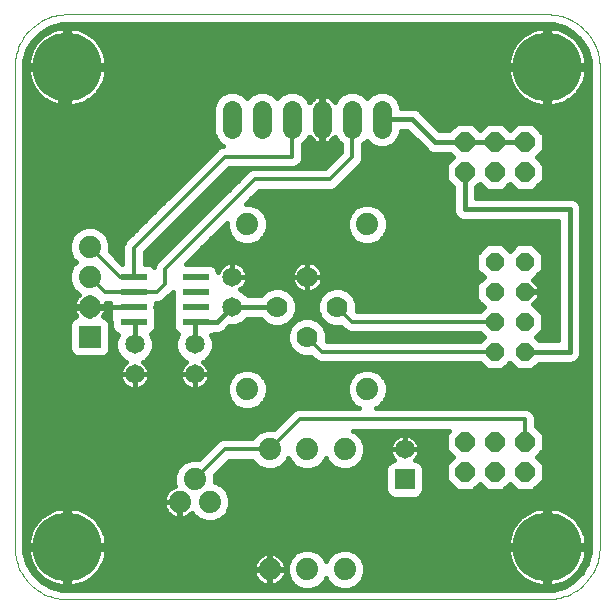
<source format=gbl>
G75*
G70*
%OFA0B0*%
%FSLAX24Y24*%
%IPPOS*%
%LPD*%
%AMOC8*
5,1,8,0,0,1.08239X$1,22.5*
%
%ADD10C,0.0000*%
%ADD11OC8,0.0600*%
%ADD12OC8,0.0640*%
%ADD13C,0.0740*%
%ADD14R,0.0870X0.0240*%
%ADD15C,0.0650*%
%ADD16R,0.0740X0.0740*%
%ADD17C,0.0700*%
%ADD18R,0.0650X0.0650*%
%ADD19C,0.2300*%
%ADD20C,0.0634*%
%ADD21C,0.0150*%
%ADD22C,0.0120*%
D10*
X001175Y002925D02*
X001175Y018925D01*
X001177Y019008D01*
X001183Y019091D01*
X001193Y019174D01*
X001207Y019256D01*
X001224Y019338D01*
X001246Y019418D01*
X001271Y019497D01*
X001300Y019575D01*
X001333Y019652D01*
X001370Y019727D01*
X001409Y019800D01*
X001453Y019871D01*
X001499Y019940D01*
X001549Y020007D01*
X001602Y020071D01*
X001658Y020133D01*
X001717Y020192D01*
X001779Y020248D01*
X001843Y020301D01*
X001910Y020351D01*
X001979Y020397D01*
X002050Y020441D01*
X002123Y020480D01*
X002198Y020517D01*
X002275Y020550D01*
X002353Y020579D01*
X002432Y020604D01*
X002512Y020626D01*
X002594Y020643D01*
X002676Y020657D01*
X002759Y020667D01*
X002842Y020673D01*
X002925Y020675D01*
X018925Y020675D01*
X019008Y020673D01*
X019091Y020667D01*
X019174Y020657D01*
X019256Y020643D01*
X019338Y020626D01*
X019418Y020604D01*
X019497Y020579D01*
X019575Y020550D01*
X019652Y020517D01*
X019727Y020480D01*
X019800Y020441D01*
X019871Y020397D01*
X019940Y020351D01*
X020007Y020301D01*
X020071Y020248D01*
X020133Y020192D01*
X020192Y020133D01*
X020248Y020071D01*
X020301Y020007D01*
X020351Y019940D01*
X020397Y019871D01*
X020441Y019800D01*
X020480Y019727D01*
X020517Y019652D01*
X020550Y019575D01*
X020579Y019497D01*
X020604Y019418D01*
X020626Y019338D01*
X020643Y019256D01*
X020657Y019174D01*
X020667Y019091D01*
X020673Y019008D01*
X020675Y018925D01*
X020675Y002925D01*
X020673Y002842D01*
X020667Y002759D01*
X020657Y002676D01*
X020643Y002594D01*
X020626Y002512D01*
X020604Y002432D01*
X020579Y002353D01*
X020550Y002275D01*
X020517Y002198D01*
X020480Y002123D01*
X020441Y002050D01*
X020397Y001979D01*
X020351Y001910D01*
X020301Y001843D01*
X020248Y001779D01*
X020192Y001717D01*
X020133Y001658D01*
X020071Y001602D01*
X020007Y001549D01*
X019940Y001499D01*
X019871Y001453D01*
X019800Y001409D01*
X019727Y001370D01*
X019652Y001333D01*
X019575Y001300D01*
X019497Y001271D01*
X019418Y001246D01*
X019338Y001224D01*
X019256Y001207D01*
X019174Y001193D01*
X019091Y001183D01*
X019008Y001177D01*
X018925Y001175D01*
X002925Y001175D01*
X002842Y001177D01*
X002759Y001183D01*
X002676Y001193D01*
X002594Y001207D01*
X002512Y001224D01*
X002432Y001246D01*
X002353Y001271D01*
X002275Y001300D01*
X002198Y001333D01*
X002123Y001370D01*
X002050Y001409D01*
X001979Y001453D01*
X001910Y001499D01*
X001843Y001549D01*
X001779Y001602D01*
X001717Y001658D01*
X001658Y001717D01*
X001602Y001779D01*
X001549Y001843D01*
X001499Y001910D01*
X001453Y001979D01*
X001409Y002050D01*
X001370Y002123D01*
X001333Y002198D01*
X001300Y002275D01*
X001271Y002353D01*
X001246Y002432D01*
X001224Y002512D01*
X001207Y002594D01*
X001193Y002676D01*
X001183Y002759D01*
X001177Y002842D01*
X001175Y002925D01*
D11*
X017175Y009425D03*
X017175Y010425D03*
X017175Y011425D03*
X017175Y012425D03*
X018175Y012425D03*
X018175Y011425D03*
X018175Y010425D03*
X018175Y009425D03*
D12*
X018175Y006425D03*
X018175Y005425D03*
X017175Y005425D03*
X016175Y005425D03*
X016175Y006425D03*
X017175Y006425D03*
X017175Y015425D03*
X016175Y015425D03*
X016175Y016425D03*
X017175Y016425D03*
X018175Y016425D03*
X018175Y015425D03*
D13*
X012925Y013675D03*
X008925Y013675D03*
X003675Y012925D03*
X003675Y011925D03*
X003675Y010925D03*
X008925Y008175D03*
X009675Y006175D03*
X010925Y006175D03*
X012175Y006175D03*
X012925Y008175D03*
X007675Y004425D03*
X007175Y005175D03*
X006675Y004425D03*
X009675Y002175D03*
X010925Y002175D03*
X012175Y002175D03*
D14*
X007205Y010425D03*
X007205Y010925D03*
X007205Y011425D03*
X007205Y011925D03*
X005145Y011925D03*
X005145Y011425D03*
X005145Y010925D03*
X005145Y010425D03*
D15*
X005175Y009675D03*
X005175Y008675D03*
X007175Y008675D03*
X007175Y009675D03*
X008425Y010925D03*
X008425Y011925D03*
X014175Y006175D03*
D16*
X003675Y009925D03*
D17*
X009925Y010925D03*
X010925Y009925D03*
X011925Y010925D03*
X010925Y011925D03*
D18*
X014175Y005175D03*
D19*
X018925Y002925D03*
X018925Y018925D03*
X002925Y018925D03*
X002925Y002925D03*
D20*
X008425Y016858D02*
X008425Y017492D01*
X009425Y017492D02*
X009425Y016858D01*
X010425Y016858D02*
X010425Y017492D01*
X011425Y017492D02*
X011425Y016858D01*
X012425Y016858D02*
X012425Y017492D01*
X013425Y017492D02*
X013425Y016858D01*
D21*
X002064Y001918D02*
X001920Y001918D01*
X002034Y001942D02*
X001942Y002034D01*
X001859Y002135D01*
X001787Y002243D01*
X001726Y002358D01*
X001676Y002478D01*
X001638Y002603D01*
X001613Y002730D01*
X001601Y002850D01*
X002850Y002850D01*
X003000Y002850D01*
X003000Y003000D01*
X004249Y003000D01*
X004237Y003120D01*
X004212Y003247D01*
X004174Y003372D01*
X004124Y003492D01*
X004063Y003607D01*
X003991Y003715D01*
X003908Y003816D01*
X003816Y003908D01*
X003715Y003991D01*
X003607Y004063D01*
X003492Y004124D01*
X003372Y004174D01*
X003247Y004212D01*
X003120Y004237D01*
X003000Y004249D01*
X003000Y003000D01*
X002850Y003000D01*
X002850Y004249D01*
X002730Y004237D01*
X002603Y004212D01*
X002478Y004174D01*
X002358Y004124D01*
X002243Y004063D01*
X002135Y003991D01*
X002034Y003908D01*
X001942Y003816D01*
X001859Y003715D01*
X001787Y003607D01*
X001726Y003492D01*
X001676Y003372D01*
X001638Y003247D01*
X001613Y003120D01*
X001601Y003000D01*
X002850Y003000D01*
X002850Y002850D01*
X002850Y001601D01*
X002730Y001613D01*
X002603Y001638D01*
X002478Y001676D01*
X002358Y001726D01*
X002243Y001787D01*
X002135Y001859D01*
X002034Y001942D01*
X002051Y001787D02*
X001787Y002051D01*
X001599Y002376D01*
X001502Y002738D01*
X001490Y002925D01*
X001490Y018925D01*
X001502Y019112D01*
X001599Y019474D01*
X001787Y019799D01*
X002051Y020063D01*
X002376Y020251D01*
X002738Y020348D01*
X002925Y020360D01*
X018925Y020360D01*
X019112Y020348D01*
X019474Y020251D01*
X019799Y020063D01*
X020063Y019799D01*
X020251Y019474D01*
X020348Y019112D01*
X020360Y018925D01*
X020360Y002925D01*
X020348Y002738D01*
X020251Y002376D01*
X020063Y002051D01*
X019799Y001787D01*
X019474Y001599D01*
X019112Y001502D01*
X018925Y001490D01*
X002925Y001490D01*
X002738Y001502D01*
X002376Y001599D01*
X002051Y001787D01*
X002082Y001769D02*
X002277Y001769D01*
X002339Y001621D02*
X002691Y001621D01*
X002850Y001621D02*
X003000Y001621D01*
X003000Y001601D02*
X003120Y001613D01*
X003247Y001638D01*
X003372Y001676D01*
X003492Y001726D01*
X003607Y001787D01*
X003715Y001859D01*
X003816Y001942D01*
X003908Y002034D01*
X003991Y002135D01*
X004063Y002243D01*
X004124Y002358D01*
X004174Y002478D01*
X004212Y002603D01*
X004237Y002730D01*
X004249Y002850D01*
X003000Y002850D01*
X003000Y001601D01*
X003159Y001621D02*
X010511Y001621D01*
X010537Y001594D02*
X010789Y001490D01*
X011061Y001490D01*
X011313Y001594D01*
X011506Y001787D01*
X011550Y001894D01*
X011594Y001787D01*
X011787Y001594D01*
X012039Y001490D01*
X012311Y001490D01*
X012563Y001594D01*
X012756Y001787D01*
X012860Y002039D01*
X012860Y002311D01*
X012756Y002563D01*
X012563Y002756D01*
X012311Y002860D01*
X012039Y002860D01*
X011787Y002756D01*
X011594Y002563D01*
X011550Y002456D01*
X011506Y002563D01*
X011313Y002756D01*
X011061Y002860D01*
X010789Y002860D01*
X010537Y002756D01*
X010344Y002563D01*
X010240Y002311D01*
X010240Y002039D01*
X010344Y001787D01*
X010537Y001594D01*
X010362Y001769D02*
X010040Y001769D01*
X010030Y001759D02*
X010091Y001820D01*
X010141Y001889D01*
X010180Y001966D01*
X010207Y002047D01*
X010220Y002132D01*
X010220Y002161D01*
X009689Y002161D01*
X009689Y002189D01*
X009661Y002189D01*
X009661Y002720D01*
X009632Y002720D01*
X009547Y002707D01*
X009466Y002680D01*
X009389Y002641D01*
X009320Y002591D01*
X009259Y002530D01*
X009209Y002461D01*
X009170Y002384D01*
X009143Y002303D01*
X009130Y002218D01*
X009130Y002189D01*
X009661Y002189D01*
X009661Y002161D01*
X009130Y002161D01*
X009130Y002132D01*
X009143Y002047D01*
X009170Y001966D01*
X009209Y001889D01*
X009259Y001820D01*
X009320Y001759D01*
X009389Y001709D01*
X009466Y001670D01*
X009547Y001643D01*
X009632Y001630D01*
X009661Y001630D01*
X009661Y002161D01*
X009689Y002161D01*
X009689Y001630D01*
X009718Y001630D01*
X009803Y001643D01*
X009884Y001670D01*
X009961Y001709D01*
X010030Y001759D01*
X010155Y001918D02*
X010290Y001918D01*
X010240Y002066D02*
X010210Y002066D01*
X010220Y002189D02*
X010220Y002218D01*
X010207Y002303D01*
X010180Y002384D01*
X010141Y002461D01*
X010091Y002530D01*
X010030Y002591D01*
X009961Y002641D01*
X009884Y002680D01*
X009803Y002707D01*
X009718Y002720D01*
X009689Y002720D01*
X009689Y002189D01*
X010220Y002189D01*
X010220Y002215D02*
X010240Y002215D01*
X010261Y002363D02*
X010187Y002363D01*
X010104Y002512D02*
X010323Y002512D01*
X010441Y002660D02*
X009924Y002660D01*
X009689Y002660D02*
X009661Y002660D01*
X009661Y002512D02*
X009689Y002512D01*
X009689Y002363D02*
X009661Y002363D01*
X009661Y002215D02*
X009689Y002215D01*
X009675Y002175D02*
X009675Y002925D01*
X015175Y002925D01*
X015175Y006175D01*
X014175Y006175D01*
X014675Y006175D01*
X014675Y006214D01*
X014663Y006292D01*
X014638Y006367D01*
X014603Y006437D01*
X014556Y006501D01*
X014501Y006556D01*
X014437Y006603D01*
X014367Y006638D01*
X014292Y006663D01*
X014214Y006675D01*
X014175Y006675D01*
X014175Y006175D01*
X014175Y006175D01*
X014175Y006175D01*
X014675Y006175D01*
X014675Y006136D01*
X014663Y006058D01*
X014638Y005983D01*
X014603Y005913D01*
X014556Y005849D01*
X014522Y005815D01*
X014563Y005815D01*
X014678Y005767D01*
X014767Y005678D01*
X014815Y005563D01*
X014815Y004787D01*
X014767Y004672D01*
X014678Y004583D01*
X014563Y004535D01*
X013787Y004535D01*
X013672Y004583D01*
X013583Y004672D01*
X013535Y004787D01*
X013535Y005563D01*
X013583Y005678D01*
X013672Y005767D01*
X013787Y005815D01*
X013828Y005815D01*
X013794Y005849D01*
X013747Y005913D01*
X013712Y005983D01*
X013687Y006058D01*
X013675Y006136D01*
X013675Y006175D01*
X014175Y006175D01*
X014175Y006175D01*
X014175Y006675D01*
X014136Y006675D01*
X014058Y006663D01*
X013983Y006638D01*
X013913Y006603D01*
X013849Y006556D01*
X013794Y006501D01*
X013747Y006437D01*
X013712Y006367D01*
X013687Y006292D01*
X013675Y006214D01*
X013675Y006175D01*
X014175Y006175D01*
X014175Y006224D02*
X014175Y006224D01*
X014175Y006373D02*
X014175Y006373D01*
X014175Y006521D02*
X014175Y006521D01*
X014175Y006670D02*
X014175Y006670D01*
X014101Y006670D02*
X012649Y006670D01*
X012563Y006756D02*
X012456Y006800D01*
X015652Y006800D01*
X015540Y006688D01*
X015540Y006162D01*
X015777Y005925D01*
X015540Y005688D01*
X015540Y005162D01*
X015912Y004790D01*
X016438Y004790D01*
X016675Y005027D01*
X016912Y004790D01*
X017438Y004790D01*
X017675Y005027D01*
X017912Y004790D01*
X018438Y004790D01*
X018810Y005162D01*
X018810Y005688D01*
X018573Y005925D01*
X018810Y006162D01*
X018810Y006688D01*
X018550Y006948D01*
X018550Y007250D01*
X018493Y007387D01*
X018387Y007493D01*
X018250Y007550D01*
X013206Y007550D01*
X013313Y007594D01*
X013506Y007787D01*
X013610Y008039D01*
X013610Y008311D01*
X013506Y008563D01*
X013313Y008756D01*
X013061Y008860D01*
X012789Y008860D01*
X012537Y008756D01*
X012344Y008563D01*
X012240Y008311D01*
X012240Y008039D01*
X012344Y007787D01*
X012537Y007594D01*
X012644Y007550D01*
X010600Y007550D01*
X010463Y007493D01*
X010357Y007387D01*
X009824Y006855D01*
X009811Y006860D01*
X009539Y006860D01*
X009287Y006756D01*
X009094Y006563D01*
X009089Y006550D01*
X008100Y006550D01*
X007963Y006493D01*
X007857Y006387D01*
X007324Y005855D01*
X007311Y005860D01*
X007039Y005860D01*
X006787Y005756D01*
X006594Y005563D01*
X006490Y005311D01*
X006490Y005039D01*
X006527Y004950D01*
X006466Y004930D01*
X006389Y004891D01*
X006320Y004841D01*
X006259Y004780D01*
X006209Y004711D01*
X006170Y004634D01*
X006143Y004553D01*
X006130Y004468D01*
X006130Y004430D01*
X006670Y004430D01*
X006670Y004420D01*
X006680Y004420D01*
X006680Y003880D01*
X006718Y003880D01*
X006803Y003893D01*
X006884Y003920D01*
X006961Y003959D01*
X007030Y004009D01*
X007084Y004063D01*
X007094Y004037D01*
X007287Y003844D01*
X007539Y003740D01*
X007811Y003740D01*
X008063Y003844D01*
X008256Y004037D01*
X008360Y004289D01*
X008360Y004561D01*
X008256Y004813D01*
X008063Y005006D01*
X007860Y005090D01*
X007860Y005311D01*
X007855Y005324D01*
X008330Y005800D01*
X009089Y005800D01*
X009094Y005787D01*
X009287Y005594D01*
X009539Y005490D01*
X009811Y005490D01*
X010063Y005594D01*
X010256Y005787D01*
X010300Y005894D01*
X010344Y005787D01*
X010537Y005594D01*
X010789Y005490D01*
X011061Y005490D01*
X011313Y005594D01*
X011506Y005787D01*
X011550Y005894D01*
X011594Y005787D01*
X011787Y005594D01*
X012039Y005490D01*
X012311Y005490D01*
X012563Y005594D01*
X012756Y005787D01*
X012860Y006039D01*
X012860Y006311D01*
X012756Y006563D01*
X012563Y006756D01*
X012773Y006521D02*
X013814Y006521D01*
X013714Y006373D02*
X012835Y006373D01*
X012860Y006224D02*
X013677Y006224D01*
X013685Y006076D02*
X012860Y006076D01*
X012814Y005927D02*
X013740Y005927D01*
X013699Y005779D02*
X012747Y005779D01*
X012599Y005630D02*
X013563Y005630D01*
X013535Y005482D02*
X008012Y005482D01*
X008160Y005630D02*
X009251Y005630D01*
X009103Y005779D02*
X008309Y005779D01*
X007863Y005333D02*
X013535Y005333D01*
X013535Y005185D02*
X007860Y005185D01*
X007990Y005036D02*
X013535Y005036D01*
X013535Y004888D02*
X008181Y004888D01*
X008286Y004739D02*
X013555Y004739D01*
X013664Y004591D02*
X008348Y004591D01*
X008360Y004442D02*
X020360Y004442D01*
X020360Y004294D02*
X008360Y004294D01*
X008300Y004145D02*
X018408Y004145D01*
X018358Y004124D02*
X018243Y004063D01*
X018135Y003991D01*
X018034Y003908D01*
X017942Y003816D01*
X017859Y003715D01*
X017787Y003607D01*
X017726Y003492D01*
X017676Y003372D01*
X017638Y003247D01*
X017613Y003120D01*
X017601Y003000D01*
X018850Y003000D01*
X018850Y004249D01*
X018730Y004237D01*
X018603Y004212D01*
X018478Y004174D01*
X018358Y004124D01*
X018144Y003997D02*
X008215Y003997D01*
X008067Y003848D02*
X017974Y003848D01*
X017849Y003700D02*
X004001Y003700D01*
X004093Y003551D02*
X017757Y003551D01*
X017689Y003403D02*
X004161Y003403D01*
X004210Y003254D02*
X017640Y003254D01*
X017611Y003106D02*
X004239Y003106D01*
X004245Y002809D02*
X010664Y002809D01*
X011186Y002809D02*
X011914Y002809D01*
X011691Y002660D02*
X011409Y002660D01*
X011527Y002512D02*
X011573Y002512D01*
X011612Y001769D02*
X011488Y001769D01*
X011339Y001621D02*
X011761Y001621D01*
X012589Y001621D02*
X018691Y001621D01*
X018730Y001613D02*
X018850Y001601D01*
X018850Y002850D01*
X019000Y002850D01*
X019000Y003000D01*
X020249Y003000D01*
X020237Y003120D01*
X020212Y003247D01*
X020174Y003372D01*
X020124Y003492D01*
X020063Y003607D01*
X019991Y003715D01*
X019908Y003816D01*
X019816Y003908D01*
X019715Y003991D01*
X019607Y004063D01*
X019492Y004124D01*
X019372Y004174D01*
X019247Y004212D01*
X019120Y004237D01*
X019000Y004249D01*
X019000Y003000D01*
X018850Y003000D01*
X018850Y002850D01*
X017601Y002850D01*
X017613Y002730D01*
X017638Y002603D01*
X017676Y002478D01*
X017726Y002358D01*
X017787Y002243D01*
X017859Y002135D01*
X017942Y002034D01*
X018034Y001942D01*
X018135Y001859D01*
X018243Y001787D01*
X018358Y001726D01*
X018478Y001676D01*
X018603Y001638D01*
X018730Y001613D01*
X018850Y001621D02*
X019000Y001621D01*
X019000Y001601D02*
X019120Y001613D01*
X019247Y001638D01*
X019372Y001676D01*
X019492Y001726D01*
X019607Y001787D01*
X019715Y001859D01*
X019816Y001942D01*
X019908Y002034D01*
X019991Y002135D01*
X020063Y002243D01*
X020124Y002358D01*
X020174Y002478D01*
X020212Y002603D01*
X020237Y002730D01*
X020249Y002850D01*
X019000Y002850D01*
X019000Y001601D01*
X019159Y001621D02*
X019511Y001621D01*
X019573Y001769D02*
X019768Y001769D01*
X019786Y001918D02*
X019930Y001918D01*
X019934Y002066D02*
X020072Y002066D01*
X020044Y002215D02*
X020158Y002215D01*
X020126Y002363D02*
X020243Y002363D01*
X020287Y002512D02*
X020184Y002512D01*
X020223Y002660D02*
X020327Y002660D01*
X020352Y002809D02*
X020245Y002809D01*
X020360Y002957D02*
X019000Y002957D01*
X018925Y002925D02*
X015175Y002925D01*
X014686Y004591D02*
X020360Y004591D01*
X020360Y004739D02*
X014795Y004739D01*
X014815Y004888D02*
X015814Y004888D01*
X015666Y005036D02*
X014815Y005036D01*
X014815Y005185D02*
X015540Y005185D01*
X015540Y005333D02*
X014815Y005333D01*
X014815Y005482D02*
X015540Y005482D01*
X015540Y005630D02*
X014787Y005630D01*
X014651Y005779D02*
X015630Y005779D01*
X015775Y005927D02*
X014610Y005927D01*
X014665Y006076D02*
X015626Y006076D01*
X015540Y006224D02*
X014673Y006224D01*
X014636Y006373D02*
X015540Y006373D01*
X015540Y006521D02*
X014536Y006521D01*
X014249Y006670D02*
X015540Y006670D01*
X016536Y004888D02*
X016814Y004888D01*
X017536Y004888D02*
X017814Y004888D01*
X018536Y004888D02*
X020360Y004888D01*
X020360Y005036D02*
X018684Y005036D01*
X018810Y005185D02*
X020360Y005185D01*
X020360Y005333D02*
X018810Y005333D01*
X018810Y005482D02*
X020360Y005482D01*
X020360Y005630D02*
X018810Y005630D01*
X018720Y005779D02*
X020360Y005779D01*
X020360Y005927D02*
X018575Y005927D01*
X018724Y006076D02*
X020360Y006076D01*
X020360Y006224D02*
X018810Y006224D01*
X018810Y006373D02*
X020360Y006373D01*
X020360Y006521D02*
X018810Y006521D01*
X018810Y006670D02*
X020360Y006670D01*
X020360Y006818D02*
X018680Y006818D01*
X018550Y006967D02*
X020360Y006967D01*
X020360Y007115D02*
X018550Y007115D01*
X018544Y007264D02*
X020360Y007264D01*
X020360Y007412D02*
X018468Y007412D01*
X018430Y008810D02*
X017920Y008810D01*
X017675Y009055D01*
X017430Y008810D01*
X016920Y008810D01*
X016680Y009050D01*
X011350Y009050D01*
X011213Y009107D01*
X011059Y009261D01*
X011057Y009260D01*
X010793Y009260D01*
X010548Y009361D01*
X010361Y009548D01*
X010260Y009793D01*
X010260Y010057D01*
X010361Y010302D01*
X010548Y010489D01*
X010793Y010590D01*
X011057Y010590D01*
X011302Y010489D01*
X011489Y010302D01*
X011590Y010057D01*
X011590Y009800D01*
X016680Y009800D01*
X016805Y009925D01*
X016680Y010050D01*
X012350Y010050D01*
X012213Y010107D01*
X012059Y010261D01*
X012057Y010260D01*
X011793Y010260D01*
X011548Y010361D01*
X011361Y010548D01*
X011260Y010793D01*
X011260Y011057D01*
X011361Y011302D01*
X011548Y011489D01*
X011793Y011590D01*
X012057Y011590D01*
X012302Y011489D01*
X012489Y011302D01*
X012590Y011057D01*
X012590Y010800D01*
X016680Y010800D01*
X016805Y010925D01*
X016560Y011170D01*
X016560Y011680D01*
X016805Y011925D01*
X016560Y012170D01*
X016560Y012680D01*
X016920Y013040D01*
X017430Y013040D01*
X017675Y012795D01*
X017920Y013040D01*
X018430Y013040D01*
X018790Y012680D01*
X018790Y012170D01*
X018446Y011826D01*
X018650Y011622D01*
X018650Y011440D01*
X018190Y011440D01*
X018190Y011410D01*
X018650Y011410D01*
X018650Y011228D01*
X018446Y011024D01*
X018790Y010680D01*
X018790Y010170D01*
X018545Y009925D01*
X018655Y009815D01*
X019285Y009815D01*
X019285Y013785D01*
X016097Y013785D01*
X015954Y013844D01*
X015844Y013954D01*
X015785Y014097D01*
X015785Y014917D01*
X015540Y015162D01*
X015540Y015688D01*
X015777Y015925D01*
X015667Y016035D01*
X015097Y016035D01*
X014954Y016094D01*
X014844Y016204D01*
X014263Y016785D01*
X014057Y016785D01*
X014057Y016732D01*
X013961Y016500D01*
X013783Y016322D01*
X013551Y016226D01*
X013299Y016226D01*
X013067Y016322D01*
X012925Y016465D01*
X012800Y016340D01*
X012800Y015850D01*
X012743Y015713D01*
X011887Y014857D01*
X011750Y014800D01*
X009330Y014800D01*
X008890Y014360D01*
X009061Y014360D01*
X009313Y014256D01*
X009506Y014063D01*
X009610Y013811D01*
X009610Y013539D01*
X009506Y013287D01*
X009313Y013094D01*
X009061Y012990D01*
X008789Y012990D01*
X008537Y013094D01*
X008344Y013287D01*
X008240Y013539D01*
X008240Y013710D01*
X006890Y012360D01*
X007703Y012360D01*
X007818Y012312D01*
X007907Y012223D01*
X007955Y012108D01*
X007955Y012097D01*
X007962Y012117D01*
X007997Y012187D01*
X008044Y012251D01*
X008099Y012306D01*
X008163Y012353D01*
X008233Y012388D01*
X008308Y012413D01*
X008386Y012425D01*
X008425Y012425D01*
X008425Y011925D01*
X010925Y011925D01*
X010930Y011930D02*
X010920Y011930D01*
X010920Y012450D01*
X010884Y012450D01*
X010802Y012437D01*
X010723Y012412D01*
X010650Y012374D01*
X010583Y012325D01*
X010525Y012267D01*
X010476Y012200D01*
X010438Y012127D01*
X010413Y012048D01*
X010400Y011966D01*
X010400Y011930D01*
X010920Y011930D01*
X010920Y011920D01*
X010400Y011920D01*
X010400Y011884D01*
X010413Y011802D01*
X010438Y011723D01*
X010476Y011650D01*
X010525Y011583D01*
X010583Y011525D01*
X010650Y011476D01*
X010723Y011438D01*
X010802Y011413D01*
X010884Y011400D01*
X010920Y011400D01*
X010920Y011920D01*
X010930Y011920D01*
X010930Y011930D01*
X010930Y012450D01*
X010966Y012450D01*
X011048Y012437D01*
X011127Y012412D01*
X011200Y012374D01*
X011267Y012325D01*
X011325Y012267D01*
X011374Y012200D01*
X011412Y012127D01*
X011437Y012048D01*
X011450Y011966D01*
X011450Y011930D01*
X010930Y011930D01*
X010930Y011920D02*
X011450Y011920D01*
X011450Y011884D01*
X011437Y011802D01*
X011412Y011723D01*
X011374Y011650D01*
X011325Y011583D01*
X011267Y011525D01*
X011200Y011476D01*
X011127Y011438D01*
X011048Y011413D01*
X010966Y011400D01*
X010930Y011400D01*
X010930Y011920D01*
X010920Y011867D02*
X010930Y011867D01*
X010920Y011719D02*
X010930Y011719D01*
X010920Y011570D02*
X010930Y011570D01*
X010920Y011422D02*
X010930Y011422D01*
X011074Y011422D02*
X011481Y011422D01*
X011349Y011273D02*
X010501Y011273D01*
X010489Y011302D02*
X010302Y011489D01*
X010057Y011590D01*
X009793Y011590D01*
X009548Y011489D01*
X009375Y011315D01*
X008940Y011315D01*
X008788Y011468D01*
X008697Y011505D01*
X008751Y011544D01*
X008806Y011599D01*
X008853Y011663D01*
X008888Y011733D01*
X008913Y011808D01*
X008925Y011886D01*
X008925Y011925D01*
X008925Y011964D01*
X008913Y012042D01*
X008888Y012117D01*
X008853Y012187D01*
X008806Y012251D01*
X008751Y012306D01*
X008687Y012353D01*
X008617Y012388D01*
X008542Y012413D01*
X008464Y012425D01*
X008425Y012425D01*
X008425Y011925D01*
X008425Y011925D01*
X008925Y011925D01*
X008425Y011925D01*
X008425Y011925D01*
X008425Y012016D02*
X008425Y012016D01*
X008425Y012164D02*
X008425Y012164D01*
X008425Y012313D02*
X008425Y012313D01*
X008108Y012313D02*
X007817Y012313D01*
X007932Y012164D02*
X007986Y012164D01*
X007288Y012758D02*
X016638Y012758D01*
X016560Y012610D02*
X007140Y012610D01*
X006991Y012461D02*
X016560Y012461D01*
X016560Y012313D02*
X011280Y012313D01*
X011392Y012164D02*
X016566Y012164D01*
X016715Y012016D02*
X011442Y012016D01*
X011447Y011867D02*
X016747Y011867D01*
X016599Y011719D02*
X011409Y011719D01*
X011312Y011570D02*
X011744Y011570D01*
X012106Y011570D02*
X016560Y011570D01*
X016560Y011422D02*
X012369Y011422D01*
X012501Y011273D02*
X016560Y011273D01*
X016606Y011125D02*
X012562Y011125D01*
X012590Y010976D02*
X016754Y010976D01*
X016708Y010828D02*
X012590Y010828D01*
X012086Y010234D02*
X011517Y010234D01*
X011528Y010382D02*
X011408Y010382D01*
X011379Y010531D02*
X011201Y010531D01*
X011307Y010679D02*
X010543Y010679D01*
X010590Y010793D02*
X010489Y010548D01*
X010302Y010361D01*
X010057Y010260D01*
X009793Y010260D01*
X009548Y010361D01*
X009375Y010535D01*
X008940Y010535D01*
X008788Y010382D01*
X008552Y010285D01*
X008337Y010285D01*
X008146Y010094D01*
X008003Y010035D01*
X007811Y010035D01*
X007732Y010002D01*
X007815Y009802D01*
X007815Y009548D01*
X007718Y009312D01*
X007538Y009132D01*
X007447Y009095D01*
X007501Y009056D01*
X007556Y009001D01*
X007603Y008937D01*
X007638Y008867D01*
X007663Y008792D01*
X007675Y008714D01*
X007675Y008675D01*
X007175Y008675D01*
X007175Y008675D01*
X007675Y008675D01*
X007675Y008636D01*
X007663Y008558D01*
X007638Y008483D01*
X007603Y008413D01*
X007556Y008349D01*
X007501Y008294D01*
X007437Y008247D01*
X007367Y008212D01*
X007292Y008187D01*
X007214Y008175D01*
X007175Y008175D01*
X007175Y008675D01*
X007175Y008675D01*
X007175Y008675D01*
X006675Y008675D01*
X006675Y008714D01*
X006687Y008792D01*
X006712Y008867D01*
X006747Y008937D01*
X006794Y009001D01*
X006849Y009056D01*
X006903Y009095D01*
X006812Y009132D01*
X006632Y009312D01*
X006535Y009548D01*
X006535Y009802D01*
X006627Y010023D01*
X006592Y010038D01*
X006503Y010127D01*
X006455Y010242D01*
X006455Y010608D01*
X006460Y010620D01*
X006460Y010730D01*
X006455Y010742D01*
X006455Y011108D01*
X006460Y011120D01*
X006460Y011230D01*
X006455Y011242D01*
X006455Y011425D01*
X006387Y011357D01*
X006137Y011107D01*
X006000Y011050D01*
X005890Y011050D01*
X005890Y010992D01*
X005862Y010925D01*
X005890Y010858D01*
X005890Y010620D01*
X005895Y010608D01*
X005895Y010242D01*
X005847Y010127D01*
X005758Y010038D01*
X005723Y010023D01*
X005815Y009802D01*
X005815Y009548D01*
X005718Y009312D01*
X005538Y009132D01*
X005447Y009095D01*
X005501Y009056D01*
X005556Y009001D01*
X005603Y008937D01*
X005638Y008867D01*
X005663Y008792D01*
X005675Y008714D01*
X005675Y008675D01*
X005175Y008675D01*
X005175Y008675D01*
X005675Y008675D01*
X005675Y008636D01*
X005663Y008558D01*
X005638Y008483D01*
X005603Y008413D01*
X005556Y008349D01*
X005501Y008294D01*
X005437Y008247D01*
X005367Y008212D01*
X005292Y008187D01*
X005214Y008175D01*
X005175Y008175D01*
X005175Y008675D01*
X005175Y008675D01*
X005175Y008675D01*
X004675Y008675D01*
X004675Y008714D01*
X004687Y008792D01*
X004712Y008867D01*
X004747Y008937D01*
X004794Y009001D01*
X004849Y009056D01*
X004903Y009095D01*
X004812Y009132D01*
X004632Y009312D01*
X004535Y009548D01*
X004535Y009802D01*
X004618Y010002D01*
X004532Y010038D01*
X004443Y010127D01*
X004395Y010242D01*
X004395Y010408D01*
X004360Y010492D01*
X004360Y010858D01*
X004388Y010925D01*
X004360Y010992D01*
X004360Y011050D01*
X004207Y011050D01*
X004220Y010968D01*
X004220Y010950D01*
X003700Y010950D01*
X003700Y010900D01*
X004220Y010900D01*
X004220Y010882D01*
X004207Y010797D01*
X004180Y010716D01*
X004141Y010639D01*
X004117Y010606D01*
X004223Y010562D01*
X004312Y010473D01*
X004360Y010358D01*
X004360Y009492D01*
X004312Y009377D01*
X004223Y009288D01*
X004108Y009240D01*
X003242Y009240D01*
X003127Y009288D01*
X003038Y009377D01*
X002990Y009492D01*
X002990Y010358D01*
X003038Y010473D01*
X003127Y010562D01*
X003233Y010606D01*
X003209Y010639D01*
X003170Y010716D01*
X003143Y010797D01*
X003130Y010882D01*
X003130Y010900D01*
X003650Y010900D01*
X003650Y010950D01*
X003650Y011240D01*
X003700Y011240D01*
X003700Y010950D01*
X003650Y010950D01*
X003130Y010950D01*
X003130Y010968D01*
X003143Y011053D01*
X003170Y011134D01*
X003209Y011211D01*
X003259Y011280D01*
X003313Y011334D01*
X003287Y011344D01*
X003094Y011537D01*
X002990Y011789D01*
X002990Y012061D01*
X003094Y012313D01*
X003206Y012425D01*
X003094Y012537D01*
X002990Y012789D01*
X002990Y013061D01*
X003094Y013313D01*
X003287Y013506D01*
X003539Y013610D01*
X003811Y013610D01*
X004063Y013506D01*
X004256Y013313D01*
X004360Y013061D01*
X004360Y012789D01*
X004355Y012776D01*
X004770Y012360D01*
X004770Y012970D01*
X004827Y013107D01*
X007857Y016137D01*
X007857Y016137D01*
X007963Y016243D01*
X008100Y016300D01*
X008121Y016300D01*
X008067Y016322D01*
X007889Y016500D01*
X007793Y016732D01*
X007793Y017618D01*
X007889Y017850D01*
X008067Y018028D01*
X008299Y018124D01*
X008551Y018124D01*
X008783Y018028D01*
X008925Y017885D01*
X009067Y018028D01*
X009299Y018124D01*
X009551Y018124D01*
X009783Y018028D01*
X009925Y017885D01*
X010067Y018028D01*
X010299Y018124D01*
X010551Y018124D01*
X010783Y018028D01*
X010961Y017850D01*
X011003Y017747D01*
X011004Y017750D01*
X011050Y017812D01*
X011105Y017867D01*
X011167Y017913D01*
X011236Y017948D01*
X011310Y017972D01*
X011386Y017984D01*
X011402Y017984D01*
X011402Y017198D01*
X011448Y017198D01*
X011448Y017984D01*
X011464Y017984D01*
X011540Y017972D01*
X011614Y017948D01*
X011683Y017913D01*
X011745Y017867D01*
X011800Y017812D01*
X011846Y017750D01*
X011847Y017747D01*
X011889Y017850D01*
X012067Y018028D01*
X012299Y018124D01*
X012551Y018124D01*
X012783Y018028D01*
X012925Y017885D01*
X013067Y018028D01*
X013299Y018124D01*
X013551Y018124D01*
X013783Y018028D01*
X013961Y017850D01*
X014057Y017618D01*
X014057Y017565D01*
X014503Y017565D01*
X014646Y017506D01*
X014756Y017396D01*
X015337Y016815D01*
X015667Y016815D01*
X015912Y017060D01*
X016438Y017060D01*
X016675Y016823D01*
X016912Y017060D01*
X017438Y017060D01*
X017675Y016823D01*
X017912Y017060D01*
X018438Y017060D01*
X018810Y016688D01*
X018810Y016162D01*
X018573Y015925D01*
X018810Y015688D01*
X018810Y015162D01*
X018438Y014790D01*
X017912Y014790D01*
X017675Y015027D01*
X017438Y014790D01*
X016912Y014790D01*
X016675Y015027D01*
X016565Y014917D01*
X016565Y014565D01*
X019753Y014565D01*
X019896Y014506D01*
X020006Y014396D01*
X020065Y014253D01*
X020065Y009347D01*
X020006Y009204D01*
X019896Y009094D01*
X019753Y009035D01*
X018655Y009035D01*
X018430Y008810D01*
X018517Y008897D02*
X020360Y008897D01*
X020360Y008749D02*
X013320Y008749D01*
X013469Y008600D02*
X020360Y008600D01*
X020360Y008452D02*
X013552Y008452D01*
X013610Y008303D02*
X020360Y008303D01*
X020360Y008155D02*
X013610Y008155D01*
X013596Y008006D02*
X020360Y008006D01*
X020360Y007858D02*
X013535Y007858D01*
X013428Y007709D02*
X020360Y007709D01*
X020360Y007561D02*
X013231Y007561D01*
X012619Y007561D02*
X009231Y007561D01*
X009313Y007594D02*
X009506Y007787D01*
X009610Y008039D01*
X009610Y008311D01*
X009506Y008563D01*
X009313Y008756D01*
X009061Y008860D01*
X008789Y008860D01*
X008537Y008756D01*
X008344Y008563D01*
X008240Y008311D01*
X008240Y008039D01*
X008344Y007787D01*
X008537Y007594D01*
X008789Y007490D01*
X009061Y007490D01*
X009313Y007594D01*
X009428Y007709D02*
X012422Y007709D01*
X012315Y007858D02*
X009535Y007858D01*
X009596Y008006D02*
X012254Y008006D01*
X012240Y008155D02*
X009610Y008155D01*
X009610Y008303D02*
X012240Y008303D01*
X012298Y008452D02*
X009552Y008452D01*
X009469Y008600D02*
X012381Y008600D01*
X012530Y008749D02*
X009320Y008749D01*
X008530Y008749D02*
X007670Y008749D01*
X007669Y008600D02*
X008381Y008600D01*
X008298Y008452D02*
X007622Y008452D01*
X007510Y008303D02*
X008240Y008303D01*
X008240Y008155D02*
X001490Y008155D01*
X001490Y008303D02*
X004840Y008303D01*
X004849Y008294D02*
X004913Y008247D01*
X004983Y008212D01*
X005058Y008187D01*
X005136Y008175D01*
X005175Y008175D01*
X005175Y008675D01*
X004675Y008675D01*
X004675Y008636D01*
X004687Y008558D01*
X004712Y008483D01*
X004747Y008413D01*
X004794Y008349D01*
X004849Y008294D01*
X004728Y008452D02*
X001490Y008452D01*
X001490Y008600D02*
X004681Y008600D01*
X004680Y008749D02*
X001490Y008749D01*
X001490Y008897D02*
X004727Y008897D01*
X004838Y009046D02*
X001490Y009046D01*
X001490Y009194D02*
X004751Y009194D01*
X004620Y009343D02*
X004278Y009343D01*
X004359Y009491D02*
X004558Y009491D01*
X004535Y009640D02*
X004360Y009640D01*
X004360Y009788D02*
X004535Y009788D01*
X004591Y009937D02*
X004360Y009937D01*
X004360Y010085D02*
X004485Y010085D01*
X004399Y010234D02*
X004360Y010234D01*
X004350Y010382D02*
X004395Y010382D01*
X004360Y010531D02*
X004255Y010531D01*
X004161Y010679D02*
X004360Y010679D01*
X004360Y010828D02*
X004211Y010828D01*
X004219Y010976D02*
X004367Y010976D01*
X003700Y010976D02*
X003650Y010976D01*
X003675Y010925D02*
X002675Y010925D01*
X002675Y018675D01*
X002925Y018925D01*
X003000Y018995D02*
X018850Y018995D01*
X018850Y019000D02*
X018850Y018850D01*
X019000Y018850D01*
X019000Y019000D01*
X020249Y019000D01*
X020237Y019120D01*
X020212Y019247D01*
X020174Y019372D01*
X020124Y019492D01*
X020063Y019607D01*
X019991Y019715D01*
X019908Y019816D01*
X019816Y019908D01*
X019715Y019991D01*
X019607Y020063D01*
X019492Y020124D01*
X019372Y020174D01*
X019247Y020212D01*
X019120Y020237D01*
X019000Y020249D01*
X019000Y019000D01*
X018850Y019000D01*
X018850Y020249D01*
X018730Y020237D01*
X018603Y020212D01*
X018478Y020174D01*
X018358Y020124D01*
X018243Y020063D01*
X018135Y019991D01*
X018034Y019908D01*
X017942Y019816D01*
X017859Y019715D01*
X017787Y019607D01*
X017726Y019492D01*
X017676Y019372D01*
X017638Y019247D01*
X017613Y019120D01*
X017601Y019000D01*
X018850Y019000D01*
X018850Y019144D02*
X019000Y019144D01*
X019000Y019292D02*
X018850Y019292D01*
X018850Y019441D02*
X019000Y019441D01*
X019000Y019589D02*
X018850Y019589D01*
X018850Y019738D02*
X019000Y019738D01*
X019000Y019886D02*
X018850Y019886D01*
X018850Y020035D02*
X019000Y020035D01*
X019000Y020183D02*
X018850Y020183D01*
X019173Y020332D02*
X002677Y020332D01*
X002730Y020237D02*
X002603Y020212D01*
X002478Y020174D01*
X002358Y020124D01*
X002243Y020063D01*
X002135Y019991D01*
X002034Y019908D01*
X001942Y019816D01*
X001859Y019715D01*
X001787Y019607D01*
X001726Y019492D01*
X001676Y019372D01*
X001638Y019247D01*
X001613Y019120D01*
X001601Y019000D01*
X002850Y019000D01*
X002850Y020249D01*
X002730Y020237D01*
X002850Y020183D02*
X003000Y020183D01*
X003000Y020249D02*
X003120Y020237D01*
X003247Y020212D01*
X003372Y020174D01*
X003492Y020124D01*
X003607Y020063D01*
X003715Y019991D01*
X003816Y019908D01*
X003908Y019816D01*
X003991Y019715D01*
X004063Y019607D01*
X004124Y019492D01*
X004174Y019372D01*
X004212Y019247D01*
X004237Y019120D01*
X004249Y019000D01*
X003000Y019000D01*
X003000Y018850D01*
X004249Y018850D01*
X004237Y018730D01*
X004212Y018603D01*
X004174Y018478D01*
X004124Y018358D01*
X004063Y018243D01*
X003991Y018135D01*
X003908Y018034D01*
X003816Y017942D01*
X003715Y017859D01*
X003607Y017787D01*
X003492Y017726D01*
X003372Y017676D01*
X003247Y017638D01*
X003120Y017613D01*
X003000Y017601D01*
X003000Y018850D01*
X002850Y018850D01*
X002850Y017601D01*
X002730Y017613D01*
X002603Y017638D01*
X002478Y017676D01*
X002358Y017726D01*
X002243Y017787D01*
X002135Y017859D01*
X002034Y017942D01*
X001942Y018034D01*
X001859Y018135D01*
X001787Y018243D01*
X001726Y018358D01*
X001676Y018478D01*
X001638Y018603D01*
X001613Y018730D01*
X001601Y018850D01*
X002850Y018850D01*
X002850Y019000D01*
X003000Y019000D01*
X003000Y020249D01*
X003000Y020035D02*
X002850Y020035D01*
X002850Y019886D02*
X003000Y019886D01*
X003000Y019738D02*
X002850Y019738D01*
X002850Y019589D02*
X003000Y019589D01*
X003000Y019441D02*
X002850Y019441D01*
X002850Y019292D02*
X003000Y019292D01*
X003000Y019144D02*
X002850Y019144D01*
X002850Y018995D02*
X001495Y018995D01*
X001490Y018847D02*
X001601Y018847D01*
X001619Y018698D02*
X001490Y018698D01*
X001490Y018550D02*
X001654Y018550D01*
X001708Y018401D02*
X001490Y018401D01*
X001490Y018253D02*
X001782Y018253D01*
X001885Y018104D02*
X001490Y018104D01*
X001490Y017956D02*
X002021Y017956D01*
X002213Y017807D02*
X001490Y017807D01*
X001490Y017659D02*
X002536Y017659D01*
X002850Y017659D02*
X003000Y017659D01*
X003000Y017807D02*
X002850Y017807D01*
X002850Y017956D02*
X003000Y017956D01*
X003000Y018104D02*
X002850Y018104D01*
X002850Y018253D02*
X003000Y018253D01*
X003000Y018401D02*
X002850Y018401D01*
X002850Y018550D02*
X003000Y018550D01*
X003000Y018698D02*
X002850Y018698D01*
X002850Y018847D02*
X003000Y018847D01*
X003829Y017956D02*
X007995Y017956D01*
X007872Y017807D02*
X003637Y017807D01*
X003314Y017659D02*
X007810Y017659D01*
X007793Y017510D02*
X001490Y017510D01*
X001490Y017362D02*
X007793Y017362D01*
X007793Y017213D02*
X001490Y017213D01*
X001490Y017065D02*
X007793Y017065D01*
X007793Y016916D02*
X001490Y016916D01*
X001490Y016768D02*
X007793Y016768D01*
X007840Y016619D02*
X001490Y016619D01*
X001490Y016471D02*
X007919Y016471D01*
X008068Y016322D02*
X001490Y016322D01*
X001490Y016174D02*
X007893Y016174D01*
X007745Y016025D02*
X001490Y016025D01*
X001490Y015877D02*
X007596Y015877D01*
X007448Y015728D02*
X001490Y015728D01*
X001490Y015580D02*
X007299Y015580D01*
X007151Y015431D02*
X001490Y015431D01*
X001490Y015283D02*
X007002Y015283D01*
X006854Y015134D02*
X001490Y015134D01*
X001490Y014986D02*
X006705Y014986D01*
X006557Y014837D02*
X001490Y014837D01*
X001490Y014689D02*
X006408Y014689D01*
X006260Y014540D02*
X001490Y014540D01*
X001490Y014392D02*
X006111Y014392D01*
X005963Y014243D02*
X001490Y014243D01*
X001490Y014095D02*
X005814Y014095D01*
X005666Y013946D02*
X001490Y013946D01*
X001490Y013798D02*
X005517Y013798D01*
X005369Y013649D02*
X001490Y013649D01*
X001490Y013501D02*
X003282Y013501D01*
X003133Y013352D02*
X001490Y013352D01*
X001490Y013204D02*
X003049Y013204D01*
X002990Y013055D02*
X001490Y013055D01*
X001490Y012907D02*
X002990Y012907D01*
X003003Y012758D02*
X001490Y012758D01*
X001490Y012610D02*
X003064Y012610D01*
X003170Y012461D02*
X001490Y012461D01*
X001490Y012313D02*
X003094Y012313D01*
X003033Y012164D02*
X001490Y012164D01*
X001490Y012016D02*
X002990Y012016D01*
X002990Y011867D02*
X001490Y011867D01*
X001490Y011719D02*
X003019Y011719D01*
X003081Y011570D02*
X001490Y011570D01*
X001490Y011422D02*
X003210Y011422D01*
X003254Y011273D02*
X001490Y011273D01*
X001490Y011125D02*
X003167Y011125D01*
X003131Y010976D02*
X001490Y010976D01*
X001490Y010828D02*
X003139Y010828D01*
X003189Y010679D02*
X001490Y010679D01*
X001490Y010531D02*
X003095Y010531D01*
X003000Y010382D02*
X001490Y010382D01*
X001490Y010234D02*
X002990Y010234D01*
X002990Y010085D02*
X001490Y010085D01*
X001490Y009937D02*
X002990Y009937D01*
X002990Y009788D02*
X001490Y009788D01*
X001490Y009640D02*
X002990Y009640D01*
X002991Y009491D02*
X001490Y009491D01*
X001490Y009343D02*
X003072Y009343D01*
X003650Y010610D02*
X003650Y010900D01*
X003700Y010900D01*
X003700Y010610D01*
X003650Y010610D01*
X003650Y010679D02*
X003700Y010679D01*
X003700Y010828D02*
X003650Y010828D01*
X003675Y010925D02*
X005145Y010925D01*
X005145Y010425D02*
X005175Y010395D01*
X005175Y009675D01*
X005599Y009194D02*
X006751Y009194D01*
X006838Y009046D02*
X005512Y009046D01*
X005623Y008897D02*
X006727Y008897D01*
X006680Y008749D02*
X005670Y008749D01*
X005669Y008600D02*
X006681Y008600D01*
X006675Y008636D02*
X006687Y008558D01*
X006712Y008483D01*
X006747Y008413D01*
X006794Y008349D01*
X006849Y008294D01*
X006913Y008247D01*
X006983Y008212D01*
X007058Y008187D01*
X007136Y008175D01*
X007175Y008175D01*
X007175Y008675D01*
X006675Y008675D01*
X006675Y008636D01*
X006728Y008452D02*
X005622Y008452D01*
X005510Y008303D02*
X006840Y008303D01*
X007175Y008303D02*
X007175Y008303D01*
X007175Y008452D02*
X007175Y008452D01*
X007175Y008600D02*
X007175Y008600D01*
X007623Y008897D02*
X016833Y008897D01*
X016685Y009046D02*
X007512Y009046D01*
X007599Y009194D02*
X011126Y009194D01*
X010594Y009343D02*
X007730Y009343D01*
X007792Y009491D02*
X010419Y009491D01*
X010323Y009640D02*
X007815Y009640D01*
X007815Y009788D02*
X010262Y009788D01*
X010260Y009937D02*
X007759Y009937D01*
X008123Y010085D02*
X010271Y010085D01*
X010333Y010234D02*
X008285Y010234D01*
X007925Y010425D02*
X008425Y010925D01*
X009925Y010925D01*
X009481Y011422D02*
X008834Y011422D01*
X008777Y011570D02*
X009744Y011570D01*
X010106Y011570D02*
X010538Y011570D01*
X010441Y011719D02*
X008881Y011719D01*
X008922Y011867D02*
X010403Y011867D01*
X010408Y012016D02*
X008917Y012016D01*
X008864Y012164D02*
X010458Y012164D01*
X010570Y012313D02*
X008742Y012313D01*
X008632Y013055D02*
X007585Y013055D01*
X007437Y012907D02*
X016787Y012907D01*
X017563Y012907D02*
X017787Y012907D01*
X018563Y012907D02*
X019285Y012907D01*
X019285Y013055D02*
X013218Y013055D01*
X013313Y013094D02*
X013506Y013287D01*
X013610Y013539D01*
X013610Y013811D01*
X013506Y014063D01*
X013313Y014256D01*
X013061Y014360D01*
X012789Y014360D01*
X012537Y014256D01*
X012344Y014063D01*
X012240Y013811D01*
X012240Y013539D01*
X012344Y013287D01*
X012537Y013094D01*
X012789Y012990D01*
X013061Y012990D01*
X013313Y013094D01*
X013422Y013204D02*
X019285Y013204D01*
X019285Y013352D02*
X013533Y013352D01*
X013594Y013501D02*
X019285Y013501D01*
X019285Y013649D02*
X013610Y013649D01*
X013610Y013798D02*
X016067Y013798D01*
X015852Y013946D02*
X013554Y013946D01*
X013474Y014095D02*
X015786Y014095D01*
X015785Y014243D02*
X013326Y014243D01*
X012524Y014243D02*
X009326Y014243D01*
X009474Y014095D02*
X012376Y014095D01*
X012296Y013946D02*
X009554Y013946D01*
X009610Y013798D02*
X012240Y013798D01*
X012240Y013649D02*
X009610Y013649D01*
X009594Y013501D02*
X012256Y013501D01*
X012317Y013352D02*
X009533Y013352D01*
X009422Y013204D02*
X012428Y013204D01*
X012632Y013055D02*
X009218Y013055D01*
X008428Y013204D02*
X007734Y013204D01*
X007882Y013352D02*
X008317Y013352D01*
X008256Y013501D02*
X008031Y013501D01*
X008179Y013649D02*
X008240Y013649D01*
X007713Y014243D02*
X007023Y014243D01*
X006875Y014095D02*
X007564Y014095D01*
X007416Y013946D02*
X006726Y013946D01*
X006578Y013798D02*
X007267Y013798D01*
X007119Y013649D02*
X006429Y013649D01*
X006281Y013501D02*
X006970Y013501D01*
X006822Y013352D02*
X006132Y013352D01*
X005984Y013204D02*
X006673Y013204D01*
X006525Y013055D02*
X005835Y013055D01*
X005687Y012907D02*
X006376Y012907D01*
X006228Y012758D02*
X005538Y012758D01*
X005520Y012740D02*
X008330Y015550D01*
X010500Y015550D01*
X010637Y015607D01*
X010743Y015713D01*
X010800Y015850D01*
X010800Y016340D01*
X010961Y016500D01*
X011003Y016603D01*
X011004Y016600D01*
X011050Y016538D01*
X011105Y016483D01*
X011167Y016437D01*
X011236Y016402D01*
X011310Y016378D01*
X011386Y016366D01*
X011402Y016366D01*
X011402Y017152D01*
X011448Y017152D01*
X011448Y016366D01*
X011464Y016366D01*
X011540Y016378D01*
X011614Y016402D01*
X011683Y016437D01*
X011745Y016483D01*
X011800Y016538D01*
X011846Y016600D01*
X011847Y016603D01*
X011889Y016500D01*
X012050Y016340D01*
X012050Y016080D01*
X011520Y015550D01*
X009100Y015550D01*
X008963Y015493D01*
X005857Y012387D01*
X005806Y012264D01*
X005758Y012312D01*
X005643Y012360D01*
X005520Y012360D01*
X005520Y012740D01*
X005520Y012610D02*
X006079Y012610D01*
X005931Y012461D02*
X005520Y012461D01*
X005757Y012313D02*
X005826Y012313D01*
X006452Y011422D02*
X006455Y011422D01*
X006455Y011273D02*
X006303Y011273D01*
X006155Y011125D02*
X006460Y011125D01*
X006455Y010976D02*
X005883Y010976D01*
X005890Y010828D02*
X006455Y010828D01*
X006460Y010679D02*
X005890Y010679D01*
X005895Y010531D02*
X006455Y010531D01*
X006455Y010382D02*
X005895Y010382D01*
X005891Y010234D02*
X006459Y010234D01*
X006545Y010085D02*
X005805Y010085D01*
X005759Y009937D02*
X006591Y009937D01*
X006535Y009788D02*
X005815Y009788D01*
X005815Y009640D02*
X006535Y009640D01*
X006558Y009491D02*
X005792Y009491D01*
X005730Y009343D02*
X006620Y009343D01*
X007175Y009675D02*
X007175Y010395D01*
X007205Y010425D01*
X007925Y010425D01*
X008787Y010382D02*
X009528Y010382D01*
X009379Y010531D02*
X008936Y010531D01*
X010322Y010382D02*
X010442Y010382D01*
X010471Y010531D02*
X010649Y010531D01*
X010590Y010793D02*
X010590Y011057D01*
X010489Y011302D01*
X010369Y011422D02*
X010776Y011422D01*
X010562Y011125D02*
X011288Y011125D01*
X011260Y010976D02*
X010590Y010976D01*
X010590Y010828D02*
X011260Y010828D01*
X011579Y010085D02*
X012266Y010085D01*
X011590Y009937D02*
X016794Y009937D01*
X017665Y009046D02*
X017685Y009046D01*
X017833Y008897D02*
X017517Y008897D01*
X018175Y009425D02*
X019675Y009425D01*
X019675Y014175D01*
X016175Y014175D01*
X016175Y015425D01*
X016634Y014986D02*
X016716Y014986D01*
X016865Y014837D02*
X016565Y014837D01*
X016565Y014689D02*
X020360Y014689D01*
X020360Y014837D02*
X018485Y014837D01*
X018634Y014986D02*
X020360Y014986D01*
X020360Y015134D02*
X018782Y015134D01*
X018810Y015283D02*
X020360Y015283D01*
X020360Y015431D02*
X018810Y015431D01*
X018810Y015580D02*
X020360Y015580D01*
X020360Y015728D02*
X018770Y015728D01*
X018621Y015877D02*
X020360Y015877D01*
X020360Y016025D02*
X018673Y016025D01*
X018810Y016174D02*
X020360Y016174D01*
X020360Y016322D02*
X018810Y016322D01*
X018810Y016471D02*
X020360Y016471D01*
X020360Y016619D02*
X018810Y016619D01*
X018730Y016768D02*
X020360Y016768D01*
X020360Y016916D02*
X018582Y016916D01*
X018175Y016425D02*
X017175Y016425D01*
X016175Y016425D01*
X015175Y016425D01*
X014425Y017175D01*
X013425Y017175D01*
X014057Y016768D02*
X014281Y016768D01*
X014429Y016619D02*
X014010Y016619D01*
X013931Y016471D02*
X014578Y016471D01*
X014726Y016322D02*
X013782Y016322D01*
X013068Y016322D02*
X012800Y016322D01*
X012800Y016174D02*
X014875Y016174D01*
X015677Y016025D02*
X012800Y016025D01*
X012800Y015877D02*
X015729Y015877D01*
X015580Y015728D02*
X012749Y015728D01*
X012610Y015580D02*
X015540Y015580D01*
X015540Y015431D02*
X012461Y015431D01*
X012313Y015283D02*
X015540Y015283D01*
X015568Y015134D02*
X012164Y015134D01*
X012016Y014986D02*
X015716Y014986D01*
X015785Y014837D02*
X011839Y014837D01*
X011549Y015580D02*
X010571Y015580D01*
X010749Y015728D02*
X011698Y015728D01*
X011846Y015877D02*
X010800Y015877D01*
X010800Y016025D02*
X011995Y016025D01*
X012050Y016174D02*
X010800Y016174D01*
X010800Y016322D02*
X012050Y016322D01*
X011919Y016471D02*
X011728Y016471D01*
X011448Y016471D02*
X011402Y016471D01*
X011402Y016619D02*
X011448Y016619D01*
X011448Y016768D02*
X011402Y016768D01*
X011402Y016916D02*
X011448Y016916D01*
X011448Y017065D02*
X011402Y017065D01*
X011402Y017213D02*
X011448Y017213D01*
X011448Y017362D02*
X011402Y017362D01*
X011402Y017510D02*
X011448Y017510D01*
X011448Y017659D02*
X011402Y017659D01*
X011402Y017807D02*
X011448Y017807D01*
X011448Y017956D02*
X011402Y017956D01*
X011260Y017956D02*
X010855Y017956D01*
X010978Y017807D02*
X011046Y017807D01*
X010598Y018104D02*
X012252Y018104D01*
X012598Y018104D02*
X013252Y018104D01*
X012995Y017956D02*
X012855Y017956D01*
X013598Y018104D02*
X017885Y018104D01*
X017859Y018135D02*
X017942Y018034D01*
X018034Y017942D01*
X018135Y017859D01*
X018243Y017787D01*
X018358Y017726D01*
X018478Y017676D01*
X018603Y017638D01*
X018730Y017613D01*
X018850Y017601D01*
X018850Y018850D01*
X017601Y018850D01*
X017613Y018730D01*
X017638Y018603D01*
X017676Y018478D01*
X017726Y018358D01*
X017787Y018243D01*
X017859Y018135D01*
X017782Y018253D02*
X004068Y018253D01*
X004142Y018401D02*
X017708Y018401D01*
X017654Y018550D02*
X004196Y018550D01*
X004231Y018698D02*
X017619Y018698D01*
X017601Y018847D02*
X004249Y018847D01*
X004232Y019144D02*
X017618Y019144D01*
X017652Y019292D02*
X004198Y019292D01*
X004146Y019441D02*
X017704Y019441D01*
X017778Y019589D02*
X004072Y019589D01*
X003972Y019738D02*
X017878Y019738D01*
X018012Y019886D02*
X003838Y019886D01*
X003649Y020035D02*
X018201Y020035D01*
X018508Y020183D02*
X003342Y020183D01*
X002508Y020183D02*
X002259Y020183D01*
X002201Y020035D02*
X002022Y020035D01*
X002012Y019886D02*
X001874Y019886D01*
X001878Y019738D02*
X001751Y019738D01*
X001778Y019589D02*
X001666Y019589D01*
X001704Y019441D02*
X001590Y019441D01*
X001550Y019292D02*
X001652Y019292D01*
X001618Y019144D02*
X001511Y019144D01*
X003965Y018104D02*
X008252Y018104D01*
X008598Y018104D02*
X009252Y018104D01*
X008995Y017956D02*
X008855Y017956D01*
X009598Y018104D02*
X010252Y018104D01*
X009995Y017956D02*
X009855Y017956D01*
X010931Y016471D02*
X011122Y016471D01*
X011804Y017807D02*
X011872Y017807D01*
X011995Y017956D02*
X011590Y017956D01*
X013855Y017956D02*
X018021Y017956D01*
X018213Y017807D02*
X013978Y017807D01*
X014040Y017659D02*
X018536Y017659D01*
X018850Y017659D02*
X019000Y017659D01*
X019000Y017601D02*
X019120Y017613D01*
X019247Y017638D01*
X019372Y017676D01*
X019492Y017726D01*
X019607Y017787D01*
X019715Y017859D01*
X019816Y017942D01*
X019908Y018034D01*
X019991Y018135D01*
X020063Y018243D01*
X020124Y018358D01*
X020174Y018478D01*
X020212Y018603D01*
X020237Y018730D01*
X020249Y018850D01*
X019000Y018850D01*
X019000Y017601D01*
X019000Y017807D02*
X018850Y017807D01*
X018850Y017956D02*
X019000Y017956D01*
X019000Y018104D02*
X018850Y018104D01*
X018850Y018253D02*
X019000Y018253D01*
X019000Y018401D02*
X018850Y018401D01*
X018850Y018550D02*
X019000Y018550D01*
X019000Y018698D02*
X018850Y018698D01*
X018850Y018847D02*
X019000Y018847D01*
X019000Y018995D02*
X020355Y018995D01*
X020360Y018847D02*
X020249Y018847D01*
X020231Y018698D02*
X020360Y018698D01*
X020360Y018550D02*
X020196Y018550D01*
X020142Y018401D02*
X020360Y018401D01*
X020360Y018253D02*
X020068Y018253D01*
X019965Y018104D02*
X020360Y018104D01*
X020360Y017956D02*
X019829Y017956D01*
X019637Y017807D02*
X020360Y017807D01*
X020360Y017659D02*
X019314Y017659D01*
X020360Y017510D02*
X014635Y017510D01*
X014790Y017362D02*
X020360Y017362D01*
X020360Y017213D02*
X014939Y017213D01*
X015087Y017065D02*
X020360Y017065D01*
X020339Y019144D02*
X020232Y019144D01*
X020198Y019292D02*
X020300Y019292D01*
X020260Y019441D02*
X020146Y019441D01*
X020184Y019589D02*
X020072Y019589D01*
X020099Y019738D02*
X019972Y019738D01*
X019976Y019886D02*
X019838Y019886D01*
X019828Y020035D02*
X019649Y020035D01*
X019591Y020183D02*
X019342Y020183D01*
X017768Y016916D02*
X017582Y016916D01*
X016768Y016916D02*
X016582Y016916D01*
X015768Y016916D02*
X015236Y016916D01*
X015785Y014689D02*
X009219Y014689D01*
X009070Y014540D02*
X015785Y014540D01*
X015785Y014392D02*
X008922Y014392D01*
X008307Y014837D02*
X007617Y014837D01*
X007469Y014689D02*
X008158Y014689D01*
X008010Y014540D02*
X007320Y014540D01*
X007172Y014392D02*
X007861Y014392D01*
X007766Y014986D02*
X008455Y014986D01*
X008604Y015134D02*
X007914Y015134D01*
X008063Y015283D02*
X008752Y015283D01*
X008901Y015431D02*
X008211Y015431D01*
X005220Y013501D02*
X004068Y013501D01*
X004217Y013352D02*
X005072Y013352D01*
X004923Y013204D02*
X004301Y013204D01*
X004360Y013055D02*
X004805Y013055D01*
X004770Y012907D02*
X004360Y012907D01*
X004372Y012758D02*
X004770Y012758D01*
X004770Y012610D02*
X004521Y012610D01*
X004669Y012461D02*
X004770Y012461D01*
X003700Y011125D02*
X003650Y011125D01*
X005175Y008600D02*
X005175Y008600D01*
X005175Y008452D02*
X005175Y008452D01*
X005175Y008303D02*
X005175Y008303D01*
X007545Y006076D02*
X001490Y006076D01*
X001490Y006224D02*
X007694Y006224D01*
X007842Y006373D02*
X001490Y006373D01*
X001490Y006521D02*
X008030Y006521D01*
X007397Y005927D02*
X001490Y005927D01*
X001490Y005779D02*
X006842Y005779D01*
X006661Y005630D02*
X001490Y005630D01*
X001490Y005482D02*
X006561Y005482D01*
X006499Y005333D02*
X001490Y005333D01*
X001490Y005185D02*
X006490Y005185D01*
X006491Y005036D02*
X001490Y005036D01*
X001490Y004888D02*
X006384Y004888D01*
X006229Y004739D02*
X001490Y004739D01*
X001490Y004591D02*
X006156Y004591D01*
X006130Y004442D02*
X001490Y004442D01*
X001490Y004294D02*
X006145Y004294D01*
X006143Y004297D02*
X006170Y004216D01*
X006209Y004139D01*
X006259Y004070D01*
X006320Y004009D01*
X006389Y003959D01*
X006466Y003920D01*
X006547Y003893D01*
X006632Y003880D01*
X006670Y003880D01*
X006670Y004420D01*
X006130Y004420D01*
X006130Y004382D01*
X006143Y004297D01*
X006206Y004145D02*
X003442Y004145D01*
X003706Y003997D02*
X006338Y003997D01*
X006670Y003997D02*
X006680Y003997D01*
X006670Y004145D02*
X006680Y004145D01*
X006670Y004294D02*
X006680Y004294D01*
X006675Y004425D02*
X006675Y002925D01*
X002925Y002925D01*
X003000Y002957D02*
X018850Y002957D01*
X018850Y002809D02*
X019000Y002809D01*
X019000Y002660D02*
X018850Y002660D01*
X018850Y002512D02*
X019000Y002512D01*
X019000Y002363D02*
X018850Y002363D01*
X018850Y002215D02*
X019000Y002215D01*
X019000Y002066D02*
X018850Y002066D01*
X018850Y001918D02*
X019000Y001918D01*
X019000Y001769D02*
X018850Y001769D01*
X018277Y001769D02*
X012738Y001769D01*
X012810Y001918D02*
X018064Y001918D01*
X017916Y002066D02*
X012860Y002066D01*
X012860Y002215D02*
X017806Y002215D01*
X017724Y002363D02*
X012839Y002363D01*
X012777Y002512D02*
X017666Y002512D01*
X017627Y002660D02*
X012659Y002660D01*
X012436Y002809D02*
X017605Y002809D01*
X018850Y003106D02*
X019000Y003106D01*
X019000Y003254D02*
X018850Y003254D01*
X018850Y003403D02*
X019000Y003403D01*
X019000Y003551D02*
X018850Y003551D01*
X018850Y003700D02*
X019000Y003700D01*
X019000Y003848D02*
X018850Y003848D01*
X018850Y003997D02*
X019000Y003997D01*
X019000Y004145D02*
X018850Y004145D01*
X019442Y004145D02*
X020360Y004145D01*
X020360Y003997D02*
X019706Y003997D01*
X019876Y003848D02*
X020360Y003848D01*
X020360Y003700D02*
X020001Y003700D01*
X020093Y003551D02*
X020360Y003551D01*
X020360Y003403D02*
X020161Y003403D01*
X020210Y003254D02*
X020360Y003254D01*
X020360Y003106D02*
X020239Y003106D01*
X020360Y009046D02*
X019778Y009046D01*
X019996Y009194D02*
X020360Y009194D01*
X020360Y009343D02*
X020063Y009343D01*
X020065Y009491D02*
X020360Y009491D01*
X020360Y009640D02*
X020065Y009640D01*
X020065Y009788D02*
X020360Y009788D01*
X020360Y009937D02*
X020065Y009937D01*
X020065Y010085D02*
X020360Y010085D01*
X020360Y010234D02*
X020065Y010234D01*
X020065Y010382D02*
X020360Y010382D01*
X020360Y010531D02*
X020065Y010531D01*
X020065Y010679D02*
X020360Y010679D01*
X020360Y010828D02*
X020065Y010828D01*
X020065Y010976D02*
X020360Y010976D01*
X020360Y011125D02*
X020065Y011125D01*
X020065Y011273D02*
X020360Y011273D01*
X020360Y011422D02*
X020065Y011422D01*
X020065Y011570D02*
X020360Y011570D01*
X020360Y011719D02*
X020065Y011719D01*
X020065Y011867D02*
X020360Y011867D01*
X020360Y012016D02*
X020065Y012016D01*
X020065Y012164D02*
X020360Y012164D01*
X020360Y012313D02*
X020065Y012313D01*
X020065Y012461D02*
X020360Y012461D01*
X020360Y012610D02*
X020065Y012610D01*
X020065Y012758D02*
X020360Y012758D01*
X020360Y012907D02*
X020065Y012907D01*
X020065Y013055D02*
X020360Y013055D01*
X020360Y013204D02*
X020065Y013204D01*
X020065Y013352D02*
X020360Y013352D01*
X020360Y013501D02*
X020065Y013501D01*
X020065Y013649D02*
X020360Y013649D01*
X020360Y013798D02*
X020065Y013798D01*
X020065Y013946D02*
X020360Y013946D01*
X020360Y014095D02*
X020065Y014095D01*
X020065Y014243D02*
X020360Y014243D01*
X020360Y014392D02*
X020007Y014392D01*
X019813Y014540D02*
X020360Y014540D01*
X019285Y012758D02*
X018712Y012758D01*
X018790Y012610D02*
X019285Y012610D01*
X019285Y012461D02*
X018790Y012461D01*
X018790Y012313D02*
X019285Y012313D01*
X019285Y012164D02*
X018784Y012164D01*
X018635Y012016D02*
X019285Y012016D01*
X019285Y011867D02*
X018487Y011867D01*
X018553Y011719D02*
X019285Y011719D01*
X019285Y011570D02*
X018650Y011570D01*
X018650Y011273D02*
X019285Y011273D01*
X019285Y011125D02*
X018546Y011125D01*
X018494Y010976D02*
X019285Y010976D01*
X019285Y010828D02*
X018642Y010828D01*
X018790Y010679D02*
X019285Y010679D01*
X019285Y010531D02*
X018790Y010531D01*
X018790Y010382D02*
X019285Y010382D01*
X019285Y010234D02*
X018790Y010234D01*
X018705Y010085D02*
X019285Y010085D01*
X019285Y009937D02*
X018556Y009937D01*
X018190Y011422D02*
X019285Y011422D01*
X017865Y014837D02*
X017485Y014837D01*
X017634Y014986D02*
X017716Y014986D01*
X010930Y012313D02*
X010920Y012313D01*
X010920Y012164D02*
X010930Y012164D01*
X010920Y012016D02*
X010930Y012016D01*
X008254Y008006D02*
X001490Y008006D01*
X001490Y007858D02*
X008315Y007858D01*
X008422Y007709D02*
X001490Y007709D01*
X001490Y007561D02*
X008619Y007561D01*
X009201Y006670D02*
X001490Y006670D01*
X001490Y006818D02*
X009437Y006818D01*
X009936Y006967D02*
X001490Y006967D01*
X001490Y007115D02*
X010085Y007115D01*
X010233Y007264D02*
X001490Y007264D01*
X001490Y007412D02*
X010382Y007412D01*
X010353Y005779D02*
X010247Y005779D01*
X010099Y005630D02*
X010501Y005630D01*
X011349Y005630D02*
X011751Y005630D01*
X011603Y005779D02*
X011497Y005779D01*
X009675Y002925D02*
X006675Y002925D01*
X007283Y003848D02*
X003876Y003848D01*
X003000Y003848D02*
X002850Y003848D01*
X002850Y003700D02*
X003000Y003700D01*
X003000Y003551D02*
X002850Y003551D01*
X002850Y003403D02*
X003000Y003403D01*
X003000Y003254D02*
X002850Y003254D01*
X002850Y003106D02*
X003000Y003106D01*
X002850Y002957D02*
X001490Y002957D01*
X001490Y003106D02*
X001611Y003106D01*
X001640Y003254D02*
X001490Y003254D01*
X001490Y003403D02*
X001689Y003403D01*
X001757Y003551D02*
X001490Y003551D01*
X001490Y003700D02*
X001849Y003700D01*
X001974Y003848D02*
X001490Y003848D01*
X001490Y003997D02*
X002144Y003997D01*
X002408Y004145D02*
X001490Y004145D01*
X001498Y002809D02*
X001605Y002809D01*
X001627Y002660D02*
X001523Y002660D01*
X001563Y002512D02*
X001666Y002512D01*
X001724Y002363D02*
X001607Y002363D01*
X001692Y002215D02*
X001806Y002215D01*
X001778Y002066D02*
X001916Y002066D01*
X002850Y002066D02*
X003000Y002066D01*
X003000Y001918D02*
X002850Y001918D01*
X002850Y001769D02*
X003000Y001769D01*
X003000Y002215D02*
X002850Y002215D01*
X002850Y002363D02*
X003000Y002363D01*
X003000Y002512D02*
X002850Y002512D01*
X002850Y002660D02*
X003000Y002660D01*
X003000Y002809D02*
X002850Y002809D01*
X003573Y001769D02*
X009310Y001769D01*
X009195Y001918D02*
X003786Y001918D01*
X003934Y002066D02*
X009140Y002066D01*
X009130Y002215D02*
X004044Y002215D01*
X004126Y002363D02*
X009163Y002363D01*
X009246Y002512D02*
X004184Y002512D01*
X004223Y002660D02*
X009426Y002660D01*
X009661Y002066D02*
X009689Y002066D01*
X009689Y001918D02*
X009661Y001918D01*
X009661Y001769D02*
X009689Y001769D01*
X007135Y003997D02*
X007012Y003997D01*
X003000Y003997D02*
X002850Y003997D01*
X002850Y004145D02*
X003000Y004145D01*
D22*
X007175Y005175D02*
X008175Y006175D01*
X009675Y006175D01*
X010675Y007175D01*
X018175Y007175D01*
X018175Y006425D01*
X017175Y009425D02*
X011425Y009425D01*
X010925Y009925D01*
X011925Y010925D02*
X012425Y010425D01*
X017175Y010425D01*
X012425Y015925D02*
X011675Y015175D01*
X009175Y015175D01*
X006175Y012175D01*
X006175Y011675D01*
X005925Y011425D01*
X005145Y011425D01*
X004175Y011425D01*
X003675Y011925D01*
X004675Y011925D02*
X003675Y012925D01*
X004675Y011925D02*
X005145Y011925D01*
X005145Y012895D01*
X008175Y015925D01*
X010425Y015925D01*
X010425Y017175D01*
X012425Y017175D02*
X012425Y015925D01*
M02*

</source>
